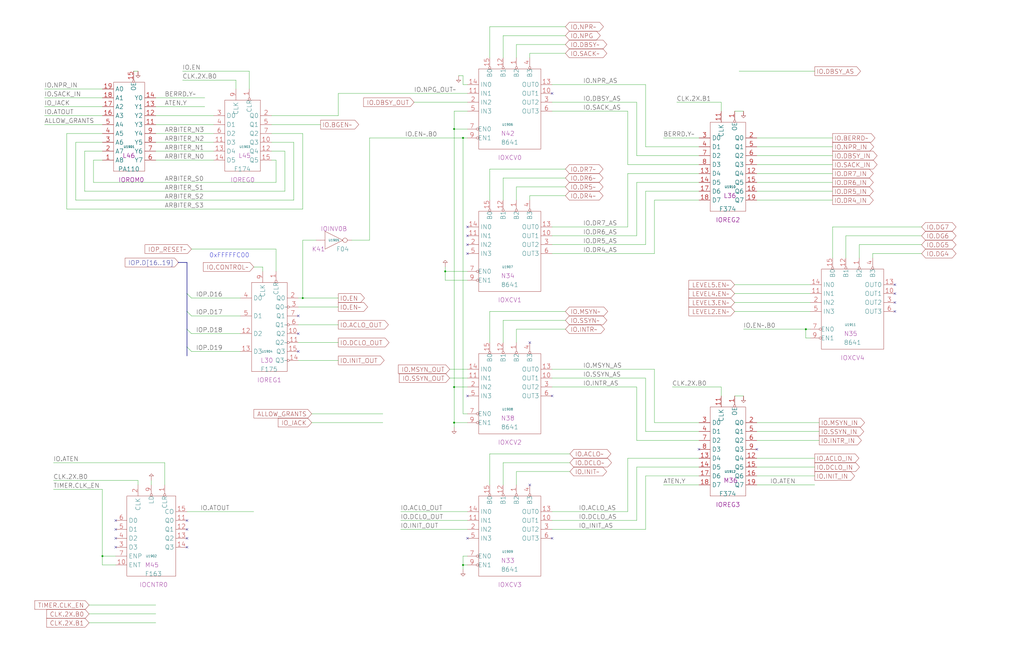
<source format=kicad_sch>
(kicad_sch (version 20250114) (generator "eeschema") (generator_version "9.0")
  (paper "User" 584.2 378.46)
  (title_block (title "IO BUS\\nARBITRATOR") (date "22-SEP-90") (rev "2.0") (comment 1 "IOC") (comment 2 "232-003061") (comment 3 "S400") (comment 4 "RELEASED"))
  (lib_symbols
    (symbol "r1000:8641" (pin_names (offset 1.016))
      (property "Reference" "U" (at 2.54 5.08 0))
      (property "Value" "8641" (at -1.27 -5.08 0))
      (property "Location" "___" (at -1.27 0 0))
      (property "Name" "______" (at 3.81 -15.24 0))
      (symbol "8641_1_1"
        (circle (center -14.605 2.54) (radius 0.635))
        (circle (center -14.605 -2.54) (radius 0.635))
        (rectangle (start -13.97 36.83) (end 21.59 -8.89))
        (circle (center -7.62 37.465) (radius 0.635))
        (circle (center 0 37.465) (radius 0.635))
        (circle (center 7.62 37.465) (radius 0.635))
        (circle (center 15.24 37.465) (radius 0.635))
        (pin input line (at -20.32 27.94 0) (length 6.35) (name "IN0") (number "14"))
        (pin input line (at -20.32 22.86 0) (length 6.35) (name "IN1") (number "11"))
        (pin input line (at -20.32 17.78 0) (length 6.35) (name "IN2") (number "2"))
        (pin input line (at -20.32 12.7 0) (length 6.35) (name "IN3") (number "5"))
        (pin input line (at -20.32 2.54 0) (length 5.08) (name "EN0") (number "7"))
        (pin input line (at -20.32 -2.54 0) (length 5.08) (name "EN1") (number "9"))
        (pin bidirectional line (at -7.62 43.18 270) (length 5.08) (name "B0") (number "15"))
        (pin bidirectional line (at 0 43.18 270) (length 5.08) (name "B1") (number "12"))
        (pin bidirectional line (at 7.62 43.18 270) (length 5.08) (name "B2") (number "1"))
        (pin bidirectional line (at 15.24 43.18 270) (length 5.08) (name "B3") (number "4"))
        (pin output line (at 27.94 27.94 180) (length 6.35) (name "OUT0") (number "13"))
        (pin output line (at 27.94 22.86 180) (length 6.35) (name "OUT1") (number "10"))
        (pin output line (at 27.94 17.78 180) (length 6.35) (name "OUT2") (number "3"))
        (pin output line (at 27.94 12.7 180) (length 6.35) (name "OUT3") (number "6"))
      )
    )
    (symbol "r1000:F04" (pin_numbers (hide yes)) (pin_names (hide yes))
      (property "Reference" "U" (at 0 0 0))
      (property "Value" "F04" (at 1.27 -5.08 0))
      (property "Location" "___" (at -12.7 -5.08 0))
      (property "Name" "______" (at 0 5.08 0))
      (symbol "F04_0_1"
        (polyline (pts (xy -7.62 0) (xy -5.08 0)) (stroke (width 0.1524)))
        (polyline (pts (xy -5.08 5.08) (xy -5.08 -5.08)) (stroke (width 0.1524)))
        (polyline (pts (xy 5.08 0) (xy -5.08 5.08)) (stroke (width 0.1524)))
        (polyline (pts (xy 5.08 0) (xy -5.08 -5.08)) (stroke (width 0.1524)))
        (circle (center 6.35 0) (radius 1.27) (stroke (width 0.1524)))
      )
      (symbol "F04_1_1"
        (pin input line (at -10.16 0 0) (length 2.54) (name "D0") (number "1"))
        (pin output line (at 10.16 0 180) (length 2.54) (name "Q") (number "2"))
      )
    )
    (symbol "r1000:F163" (pin_names (offset 1.016))
      (property "Reference" "U" (at 2.54 5.08 0))
      (property "Value" "F163" (at -1.27 -5.08 0))
      (property "Location" "___" (at -1.27 0 0))
      (property "Name" "______" (at 3.81 -12.7 0))
      (symbol "F163_1_1"
        (rectangle (start -11.43 39.37) (end 16.51 -6.35))
        (circle (center 2.54 40.005) (radius 0.635))
        (circle (center 10.16 40.005) (radius 0.635))
        (pin input line (at -17.78 25.4 0) (length 6.35) (name "D0") (number "6"))
        (pin input line (at -17.78 20.32 0) (length 6.35) (name "D1") (number "5"))
        (pin input line (at -17.78 15.24 0) (length 6.35) (name "D2") (number "4"))
        (pin input line (at -17.78 10.16 0) (length 6.35) (name "D3") (number "3"))
        (pin input line (at -17.78 5.08 0) (length 6.35) (name "ENP") (number "7"))
        (pin input line (at -17.78 0 0) (length 6.35) (name "ENT") (number "10"))
        (pin input line (at -5.08 45.72 270) (length 6.35) (name "CLK") (number "2"))
        (pin input line (at 2.54 45.72 270) (length 5.08) (name "LD") (number "9"))
        (pin input line (at 10.16 45.72 270) (length 5.08) (name "CLR") (number "1"))
        (pin output line (at 22.86 30.48 180) (length 6.35) (name "CO") (number "15"))
        (pin output line (at 22.86 25.4 180) (length 6.35) (name "Q0") (number "11"))
        (pin output line (at 22.86 20.32 180) (length 6.35) (name "Q1") (number "12"))
        (pin output line (at 22.86 15.24 180) (length 6.35) (name "Q2") (number "13"))
        (pin output line (at 22.86 10.16 180) (length 6.35) (name "Q3") (number "14"))
      )
    )
    (symbol "r1000:F174" (pin_names (offset 1.016))
      (property "Reference" "U" (at 2.54 5.08 0))
      (property "Value" "F174" (at -3.81 -7.62 0))
      (property "Location" "___" (at -1.27 0 0))
      (property "Name" "______" (at 1.27 -15.24 0))
      (symbol "F174_1_1"
        (rectangle (start -8.89 31.75) (end 11.43 -8.89))
        (circle (center 5.08 32.385) (radius 0.635))
        (pin input line (at -15.24 22.86 0) (length 6.35) (name "D0") (number "3"))
        (pin input line (at -15.24 17.78 0) (length 6.35) (name "D1") (number "4"))
        (pin input line (at -15.24 12.7 0) (length 6.35) (name "D2") (number "6"))
        (pin input line (at -15.24 7.62 0) (length 6.35) (name "D3") (number "11"))
        (pin input line (at -15.24 2.54 0) (length 6.35) (name "D4") (number "13"))
        (pin input line (at -15.24 -2.54 0) (length 6.35) (name "D5") (number "14"))
        (pin input line (at -2.54 38.1 270) (length 6.35) (name "CLK") (number "9"))
        (pin input line (at 5.08 38.1 270) (length 5.08) (name "CLR") (number "1"))
        (pin output line (at 17.78 22.86 180) (length 6.35) (name "Q0") (number "2"))
        (pin output line (at 17.78 17.78 180) (length 6.35) (name "Q1") (number "5"))
        (pin output line (at 17.78 12.7 180) (length 6.35) (name "Q2") (number "7"))
        (pin output line (at 17.78 7.62 180) (length 6.35) (name "Q3") (number "10"))
        (pin output line (at 17.78 2.54 180) (length 6.35) (name "Q4") (number "12"))
        (pin output line (at 17.78 -2.54 180) (length 6.35) (name "Q5") (number "15"))
      )
    )
    (symbol "r1000:F175" (pin_names (offset 1.016))
      (property "Reference" "U" (at 2.54 5.08 0))
      (property "Value" "F175" (at -1.27 -5.08 0))
      (property "Location" "___" (at -1.27 0 0))
      (property "Name" "______" (at 3.81 -12.7 0))
      (symbol "F175_1_1"
        (rectangle (start -6.35 44.45) (end 13.97 -6.35))
        (circle (center 7.62 45.085) (radius 0.635))
        (circle (center 14.605 30.48) (radius 0.635))
        (circle (center 14.605 20.32) (radius 0.635))
        (circle (center 14.605 10.16) (radius 0.635))
        (circle (center 14.605 0) (radius 0.635))
        (pin input line (at -12.7 35.56 0) (length 6.35) (name "D0") (number "4"))
        (pin input line (at -12.7 25.4 0) (length 6.35) (name "D1") (number "5"))
        (pin input line (at -12.7 15.24 0) (length 6.35) (name "D2") (number "12"))
        (pin input line (at -12.7 5.08 0) (length 6.35) (name "D3") (number "13"))
        (pin input line (at 0 50.8 270) (length 6.35) (name "CLK") (number "9"))
        (pin input line (at 7.62 50.8 270) (length 5.08) (name "CLR") (number "1"))
        (pin output line (at 20.32 35.56 180) (length 6.35) (name "Q0") (number "2"))
        (pin output line (at 20.32 30.48 180) (length 5.08) (name "Q0~") (number "3"))
        (pin output line (at 20.32 25.4 180) (length 6.35) (name "Q1") (number "7"))
        (pin output line (at 20.32 20.32 180) (length 5.08) (name "Q1~") (number "6"))
        (pin output line (at 20.32 15.24 180) (length 6.35) (name "Q2") (number "10"))
        (pin output line (at 20.32 10.16 180) (length 5.08) (name "Q2~") (number "11"))
        (pin output line (at 20.32 5.08 180) (length 6.35) (name "Q3") (number "15"))
        (pin output line (at 20.32 0 180) (length 5.08) (name "Q3~") (number "14"))
      )
    )
    (symbol "r1000:F374" (pin_names (offset 1.016))
      (property "Reference" "U" (at 2.54 5.08 0))
      (property "Value" "F374" (at -3.81 -7.62 0))
      (property "Location" "___" (at -1.27 0 0))
      (property "Name" "______" (at 1.27 -15.24 0))
      (symbol "F374_1_1"
        (rectangle (start -8.89 41.91) (end 11.43 -8.89))
        (circle (center 5.08 42.545) (radius 0.635))
        (pin input line (at -15.24 33.02 0) (length 6.35) (name "D0") (number "3"))
        (pin input line (at -15.24 27.94 0) (length 6.35) (name "D1") (number "4"))
        (pin input line (at -15.24 22.86 0) (length 6.35) (name "D2") (number "7"))
        (pin input line (at -15.24 17.78 0) (length 6.35) (name "D3") (number "8"))
        (pin input line (at -15.24 12.7 0) (length 6.35) (name "D4") (number "13"))
        (pin input line (at -15.24 7.62 0) (length 6.35) (name "D5") (number "14"))
        (pin input line (at -15.24 2.54 0) (length 6.35) (name "D6") (number "17"))
        (pin input line (at -15.24 -2.54 0) (length 6.35) (name "D7") (number "18"))
        (pin input line (at -2.54 48.26 270) (length 6.35) (name "CLK") (number "11"))
        (pin input line (at 5.08 48.26 270) (length 5.08) (name "OE") (number "1"))
        (pin tri_state line (at 17.78 33.02 180) (length 6.35) (name "Q0") (number "2"))
        (pin tri_state line (at 17.78 27.94 180) (length 6.35) (name "Q1") (number "5"))
        (pin tri_state line (at 17.78 22.86 180) (length 6.35) (name "Q2") (number "6"))
        (pin tri_state line (at 17.78 17.78 180) (length 6.35) (name "Q3") (number "9"))
        (pin tri_state line (at 17.78 12.7 180) (length 6.35) (name "Q4") (number "12"))
        (pin tri_state line (at 17.78 7.62 180) (length 6.35) (name "Q5") (number "15"))
        (pin tri_state line (at 17.78 2.54 180) (length 6.35) (name "Q6") (number "16"))
        (pin tri_state line (at 17.78 -2.54 180) (length 6.35) (name "Q7") (number "19"))
      )
    )
    (symbol "r1000:PAxxx" (pin_names (offset 1.016))
      (property "Reference" "U" (at 2.54 5.08 0))
      (property "Value" "PAxxx" (at -3.81 -7.62 0))
      (property "Location" "___" (at -1.27 0 0))
      (property "Name" "______" (at 3.81 -15.24 0))
      (symbol "PAxxx_1_1"
        (rectangle (start -6.35 41.91) (end 11.43 -8.89))
        (circle (center 5.08 42.545) (radius 0.635))
        (pin input line (at -12.7 38.1 0) (length 6.35) (name "A0") (number "19"))
        (pin input line (at -12.7 33.02 0) (length 6.35) (name "A1") (number "18"))
        (pin input line (at -12.7 27.94 0) (length 6.35) (name "A2") (number "17"))
        (pin input line (at -12.7 22.86 0) (length 6.35) (name "A3") (number "16"))
        (pin input line (at -12.7 17.78 0) (length 6.35) (name "A4") (number "5"))
        (pin input line (at -12.7 12.7 0) (length 6.35) (name "A5") (number "4"))
        (pin input line (at -12.7 7.62 0) (length 6.35) (name "A6") (number "3"))
        (pin input line (at -12.7 2.54 0) (length 6.35) (name "A7") (number "2"))
        (pin input line (at -12.7 -2.54 0) (length 6.35) (name "A8") (number "1"))
        (pin input line (at 5.08 48.26 270) (length 5.08) (name "OE") (number "15"))
        (pin tri_state line (at 17.78 33.02 180) (length 6.35) (name "Y0") (number "14"))
        (pin tri_state line (at 17.78 27.94 180) (length 6.35) (name "Y1") (number "13"))
        (pin tri_state line (at 17.78 22.86 180) (length 6.35) (name "Y2") (number "12"))
        (pin tri_state line (at 17.78 17.78 180) (length 6.35) (name "Y3") (number "11"))
        (pin tri_state line (at 17.78 12.7 180) (length 6.35) (name "Y4") (number "9"))
        (pin tri_state line (at 17.78 7.62 180) (length 6.35) (name "Y5") (number "8"))
        (pin tri_state line (at 17.78 2.54 180) (length 6.35) (name "Y6") (number "7"))
        (pin tri_state line (at 17.78 -2.54 180) (length 6.35) (name "Y7") (number "6"))
      )
    )
    (symbol "r1000:PD" (power) (pin_numbers (hide yes)) (pin_names (hide yes)) (in_bom no)
      (symbol "PD_0_1"
        (polyline (pts (xy 0 -2.54) (xy 1.27 -2.54) (xy 0 -3.81) (xy -1.27 -2.54) (xy 0 -2.54)) (stroke (width 0.1524)))
      )
      (symbol "PD_1_1"
        (pin power_in line (at 0 0 270) (length 2.54) (name "PD") (number "1"))
      )
    )
    (symbol "r1000:PU" (power) (pin_numbers (hide yes)) (pin_names (hide yes))
      (symbol "PU_0_1"
        (polyline (pts (xy 0 2.54) (xy -1.27 2.54) (xy 0 3.81) (xy 1.27 2.54) (xy 0 2.54)) (stroke (width 0.1524)))
      )
      (symbol "PU_1_1"
        (pin power_in line (at 0 0 90) (length 2.54) (name "PU") (number "1"))
      )
    )
  )
  (text "0xFFFFFC00" (at 119.38 147.32 0) (effects (font (size 2.54 2.54)) (justify left bottom)))
  (junction (at 259.08 220.98))
  (junction (at 172.72 170.18))
  (junction (at 264.16 78.74))
  (junction (at 259.08 73.66))
  (junction (at 254 154.94))
  (junction (at 264.16 322.58))
  (junction (at 259.08 241.3))
  (junction (at 459.74 187.96))
  (junction (at 58.42 317.5))
  (no_connect (at 266.7 129.54))
  (no_connect (at 431.8 256.54))
  (no_connect (at 106.68 307.34))
  (no_connect (at 66.04 312.42))
  (no_connect (at 106.68 312.42))
  (no_connect (at 170.18 200.66))
  (no_connect (at 314.96 53.34))
  (no_connect (at 266.7 139.7))
  (no_connect (at 398.78 256.54))
  (no_connect (at 106.68 302.26))
  (no_connect (at 510.54 172.72))
  (no_connect (at 314.96 307.34))
  (no_connect (at 266.7 134.62))
  (no_connect (at 66.04 302.26))
  (no_connect (at 170.18 180.34))
  (no_connect (at 266.7 144.78))
  (no_connect (at 170.18 190.5))
  (no_connect (at 314.96 226.06))
  (no_connect (at 66.04 297.18))
  (no_connect (at 510.54 177.8))
  (no_connect (at 106.68 297.18))
  (no_connect (at 66.04 307.34))
  (no_connect (at 266.7 307.34))
  (no_connect (at 302.26 276.86))
  (no_connect (at 510.54 167.64))
  (no_connect (at 510.54 162.56))
  (no_connect (at 266.7 226.06))
  (no_connect (at 302.26 195.58))
  (bus_entry (at 106.68 177.8) (size 2.54 2.54))
  (bus_entry (at 106.68 187.96) (size 2.54 2.54))
  (bus_entry (at 106.68 198.12) (size 2.54 2.54))
  (bus_entry (at 106.68 167.64) (size 2.54 2.54))
  (wire (pts (xy 398.78 114.3) (xy 373.38 114.3)))
  (wire (pts (xy 314.96 48.26) (xy 368.3 48.26)))
  (wire (pts (xy 38.1 119.38) (xy 172.72 119.38)))
  (wire (pts (xy 53.34 104.14) (xy 157.48 104.14)))
  (wire (pts (xy 482.6 134.62) (xy 482.6 147.32)))
  (wire (pts (xy 431.8 241.3) (xy 467.36 241.3)))
  (wire (pts (xy 279.4 177.8) (xy 279.4 195.58)))
  (wire (pts (xy 154.94 71.12) (xy 182.88 71.12)))
  (wire (pts (xy 177.8 236.22) (xy 218.44 236.22)))
  (wire (pts (xy 368.3 83.82) (xy 398.78 83.82)))
  (wire (pts (xy 38.1 76.2) (xy 38.1 119.38)))
  (wire (pts (xy 259.08 220.98) (xy 266.7 220.98)))
  (wire (pts (xy 254 154.94) (xy 266.7 154.94)))
  (wire (pts (xy 279.4 15.24) (xy 279.4 33.02)))
  (wire (pts (xy 228.6 292.1) (xy 266.7 292.1)))
  (wire (pts (xy 154.94 86.36) (xy 162.56 86.36)))
  (wire (pts (xy 525.78 139.7) (xy 490.22 139.7)))
  (wire (pts (xy 180.34 137.16) (xy 172.72 137.16)))
  (wire (pts (xy 58.42 322.58) (xy 66.04 322.58)))
  (wire (pts (xy 144.78 152.4) (xy 149.86 152.4)))
  (wire (pts (xy 193.04 53.34) (xy 193.04 66.04)))
  (wire (pts (xy 368.3 48.26) (xy 368.3 83.82)))
  (wire (pts (xy 200.66 137.16) (xy 210.82 137.16)))
  (wire (pts (xy 109.22 200.66) (xy 137.16 200.66)))
  (wire (pts (xy 462.28 193.04) (xy 459.74 193.04)))
  (wire (pts (xy 88.9 71.12) (xy 121.92 71.12)))
  (wire (pts (xy 325.12 269.24) (xy 294.64 269.24)))
  (wire (pts (xy 193.04 66.04) (xy 154.94 66.04)))
  (wire (pts (xy 88.9 91.44) (xy 121.92 91.44)))
  (wire (pts (xy 378.46 78.74) (xy 398.78 78.74)))
  (wire (pts (xy 167.64 81.28) (xy 154.94 81.28)))
  (wire (pts (xy 431.8 109.22) (xy 474.98 109.22)))
  (bus (pts (xy 101.6 149.86) (xy 106.68 149.86)))
  (wire (pts (xy 322.58 25.4) (xy 294.64 25.4)))
  (wire (pts (xy 287.02 114.3) (xy 287.02 101.6)))
  (wire (pts (xy 358.14 129.54) (xy 358.14 99.06)))
  (wire (pts (xy 424.18 187.96) (xy 459.74 187.96)))
  (wire (pts (xy 58.42 76.2) (xy 38.1 76.2)))
  (wire (pts (xy 287.02 264.16) (xy 287.02 276.86)))
  (wire (pts (xy 314.96 63.5) (xy 358.14 63.5)))
  (wire (pts (xy 459.74 193.04) (xy 459.74 187.96)))
  (wire (pts (xy 157.48 91.44) (xy 154.94 91.44)))
  (wire (pts (xy 368.3 215.9) (xy 368.3 246.38)))
  (wire (pts (xy 264.16 325.12) (xy 264.16 322.58)))
  (wire (pts (xy 358.14 63.5) (xy 358.14 93.98)))
  (wire (pts (xy 322.58 20.32) (xy 287.02 20.32)))
  (bus (pts (xy 106.68 187.96) (xy 106.68 198.12)))
  (wire (pts (xy 363.22 104.14) (xy 363.22 134.62)))
  (wire (pts (xy 497.84 144.78) (xy 497.84 147.32)))
  (wire (pts (xy 419.1 162.56) (xy 462.28 162.56)))
  (wire (pts (xy 50.8 355.6) (xy 88.9 355.6)))
  (wire (pts (xy 419.1 226.06) (xy 424.18 226.06)))
  (wire (pts (xy 398.78 241.3) (xy 373.38 241.3)))
  (wire (pts (xy 363.22 134.62) (xy 314.96 134.62)))
  (wire (pts (xy 76.2 40.64) (xy 78.74 40.64)))
  (wire (pts (xy 419.1 167.64) (xy 462.28 167.64)))
  (wire (pts (xy 314.96 302.26) (xy 368.3 302.26)))
  (wire (pts (xy 525.78 134.62) (xy 482.6 134.62)))
  (wire (pts (xy 322.58 96.52) (xy 279.4 96.52)))
  (wire (pts (xy 259.08 220.98) (xy 259.08 241.3)))
  (wire (pts (xy 25.4 60.96) (xy 58.42 60.96)))
  (wire (pts (xy 58.42 279.4) (xy 58.42 317.5)))
  (wire (pts (xy 88.9 86.36) (xy 121.92 86.36)))
  (wire (pts (xy 373.38 210.82) (xy 314.96 210.82)))
  (wire (pts (xy 322.58 177.8) (xy 279.4 177.8)))
  (wire (pts (xy 58.42 317.5) (xy 66.04 317.5)))
  (wire (pts (xy 236.22 58.42) (xy 266.7 58.42)))
  (wire (pts (xy 25.4 71.12) (xy 58.42 71.12)))
  (wire (pts (xy 25.4 55.88) (xy 58.42 55.88)))
  (wire (pts (xy 358.14 93.98) (xy 398.78 93.98)))
  (wire (pts (xy 525.78 129.54) (xy 474.98 129.54)))
  (wire (pts (xy 109.22 190.5) (xy 137.16 190.5)))
  (wire (pts (xy 43.18 81.28) (xy 43.18 114.3)))
  (wire (pts (xy 322.58 182.88) (xy 287.02 182.88)))
  (bus (pts (xy 106.68 177.8) (xy 106.68 187.96)))
  (wire (pts (xy 314.96 215.9) (xy 368.3 215.9)))
  (wire (pts (xy 287.02 20.32) (xy 287.02 33.02)))
  (wire (pts (xy 259.08 63.5) (xy 266.7 63.5)))
  (wire (pts (xy 104.14 40.64) (xy 142.24 40.64)))
  (wire (pts (xy 314.96 297.18) (xy 363.22 297.18)))
  (wire (pts (xy 474.98 129.54) (xy 474.98 147.32)))
  (wire (pts (xy 254 160.02) (xy 266.7 160.02)))
  (wire (pts (xy 48.26 109.22) (xy 48.26 86.36)))
  (wire (pts (xy 314.96 129.54) (xy 358.14 129.54)))
  (wire (pts (xy 170.18 185.42) (xy 193.04 185.42)))
  (wire (pts (xy 294.64 25.4) (xy 294.64 33.02)))
  (bus (pts (xy 106.68 167.64) (xy 106.68 177.8)))
  (wire (pts (xy 264.16 43.18) (xy 264.16 48.26)))
  (wire (pts (xy 325.12 259.08) (xy 279.4 259.08)))
  (wire (pts (xy 177.8 241.3) (xy 218.44 241.3)))
  (wire (pts (xy 266.7 53.34) (xy 193.04 53.34)))
  (wire (pts (xy 254 152.4) (xy 254 154.94)))
  (wire (pts (xy 363.22 251.46) (xy 363.22 220.98)))
  (wire (pts (xy 279.4 259.08) (xy 279.4 276.86)))
  (wire (pts (xy 172.72 137.16) (xy 172.72 170.18)))
  (wire (pts (xy 368.3 139.7) (xy 368.3 109.22)))
  (wire (pts (xy 172.72 170.18) (xy 193.04 170.18)))
  (wire (pts (xy 88.9 60.96) (xy 116.84 60.96)))
  (wire (pts (xy 383.54 220.98) (xy 411.48 220.98)))
  (wire (pts (xy 431.8 88.9) (xy 474.98 88.9)))
  (wire (pts (xy 398.78 104.14) (xy 363.22 104.14)))
  (wire (pts (xy 322.58 30.48) (xy 302.26 30.48)))
  (wire (pts (xy 431.8 83.82) (xy 474.98 83.82)))
  (wire (pts (xy 287.02 101.6) (xy 322.58 101.6)))
  (wire (pts (xy 525.78 144.78) (xy 497.84 144.78)))
  (wire (pts (xy 294.64 187.96) (xy 294.64 195.58)))
  (wire (pts (xy 314.96 292.1) (xy 358.14 292.1)))
  (wire (pts (xy 53.34 91.44) (xy 53.34 104.14)))
  (bus (pts (xy 106.68 149.86) (xy 106.68 167.64)))
  (wire (pts (xy 431.8 266.7) (xy 464.82 266.7)))
  (wire (pts (xy 431.8 251.46) (xy 467.36 251.46)))
  (wire (pts (xy 86.36 274.32) (xy 86.36 276.86)))
  (wire (pts (xy 50.8 345.44) (xy 88.9 345.44)))
  (wire (pts (xy 419.1 172.72) (xy 462.28 172.72)))
  (wire (pts (xy 50.8 350.52) (xy 88.9 350.52)))
  (wire (pts (xy 134.62 45.72) (xy 134.62 50.8)))
  (wire (pts (xy 106.68 292.1) (xy 144.78 292.1)))
  (wire (pts (xy 259.08 241.3) (xy 259.08 243.84)))
  (wire (pts (xy 266.7 236.22) (xy 264.16 236.22)))
  (wire (pts (xy 43.18 114.3) (xy 167.64 114.3)))
  (wire (pts (xy 109.22 180.34) (xy 137.16 180.34)))
  (wire (pts (xy 373.38 114.3) (xy 373.38 144.78)))
  (wire (pts (xy 264.16 322.58) (xy 264.16 317.5)))
  (wire (pts (xy 419.1 63.5) (xy 424.18 63.5)))
  (wire (pts (xy 88.9 76.2) (xy 121.92 76.2)))
  (wire (pts (xy 294.64 106.68) (xy 294.64 114.3)))
  (wire (pts (xy 162.56 109.22) (xy 48.26 109.22)))
  (wire (pts (xy 368.3 271.78) (xy 398.78 271.78)))
  (wire (pts (xy 264.16 48.26) (xy 266.7 48.26)))
  (wire (pts (xy 378.46 276.86) (xy 398.78 276.86)))
  (wire (pts (xy 431.8 78.74) (xy 474.98 78.74)))
  (wire (pts (xy 368.3 246.38) (xy 398.78 246.38)))
  (wire (pts (xy 88.9 55.88) (xy 116.84 55.88)))
  (bus (pts (xy 106.68 198.12) (xy 106.68 203.2)))
  (wire (pts (xy 259.08 73.66) (xy 259.08 220.98)))
  (wire (pts (xy 411.48 58.42) (xy 411.48 63.5)))
  (wire (pts (xy 88.9 66.04) (xy 121.92 66.04)))
  (wire (pts (xy 314.96 58.42) (xy 363.22 58.42)))
  (wire (pts (xy 431.8 114.3) (xy 474.98 114.3)))
  (wire (pts (xy 264.16 78.74) (xy 264.16 236.22)))
  (wire (pts (xy 261.62 43.18) (xy 264.16 43.18)))
  (wire (pts (xy 411.48 220.98) (xy 411.48 226.06)))
  (wire (pts (xy 302.26 30.48) (xy 302.26 33.02)))
  (wire (pts (xy 398.78 251.46) (xy 363.22 251.46)))
  (wire (pts (xy 421.64 40.64) (xy 464.82 40.64)))
  (wire (pts (xy 172.72 76.2) (xy 154.94 76.2)))
  (wire (pts (xy 254 154.94) (xy 254 160.02)))
  (wire (pts (xy 314.96 139.7) (xy 368.3 139.7)))
  (wire (pts (xy 30.48 264.16) (xy 93.98 264.16)))
  (wire (pts (xy 170.18 170.18) (xy 172.72 170.18)))
  (wire (pts (xy 172.72 119.38) (xy 172.72 76.2)))
  (wire (pts (xy 58.42 81.28) (xy 43.18 81.28)))
  (wire (pts (xy 104.14 45.72) (xy 134.62 45.72)))
  (wire (pts (xy 25.4 66.04) (xy 58.42 66.04)))
  (wire (pts (xy 170.18 175.26) (xy 193.04 175.26)))
  (wire (pts (xy 264.16 322.58) (xy 266.7 322.58)))
  (wire (pts (xy 259.08 73.66) (xy 266.7 73.66)))
  (wire (pts (xy 302.26 114.3) (xy 302.26 111.76)))
  (wire (pts (xy 386.08 58.42) (xy 411.48 58.42)))
  (wire (pts (xy 322.58 106.68) (xy 294.64 106.68)))
  (wire (pts (xy 358.14 261.62) (xy 398.78 261.62)))
  (wire (pts (xy 58.42 317.5) (xy 58.42 322.58)))
  (wire (pts (xy 373.38 144.78) (xy 314.96 144.78)))
  (wire (pts (xy 30.48 279.4) (xy 58.42 279.4)))
  (wire (pts (xy 302.26 111.76) (xy 322.58 111.76)))
  (wire (pts (xy 142.24 40.64) (xy 142.24 50.8)))
  (wire (pts (xy 157.48 104.14) (xy 157.48 91.44)))
  (wire (pts (xy 256.54 215.9) (xy 266.7 215.9)))
  (wire (pts (xy 93.98 264.16) (xy 93.98 276.86)))
  (wire (pts (xy 490.22 139.7) (xy 490.22 147.32)))
  (wire (pts (xy 30.48 274.32) (xy 78.74 274.32)))
  (wire (pts (xy 167.64 114.3) (xy 167.64 81.28)))
  (wire (pts (xy 368.3 109.22) (xy 398.78 109.22)))
  (wire (pts (xy 88.9 81.28) (xy 121.92 81.28)))
  (wire (pts (xy 170.18 195.58) (xy 193.04 195.58)))
  (wire (pts (xy 264.16 78.74) (xy 266.7 78.74)))
  (wire (pts (xy 431.8 104.14) (xy 474.98 104.14)))
  (wire (pts (xy 431.8 276.86) (xy 464.82 276.86)))
  (wire (pts (xy 109.22 170.18) (xy 137.16 170.18)))
  (wire (pts (xy 398.78 266.7) (xy 363.22 266.7)))
  (wire (pts (xy 358.14 99.06) (xy 398.78 99.06)))
  (wire (pts (xy 431.8 271.78) (xy 464.82 271.78)))
  (wire (pts (xy 459.74 187.96) (xy 462.28 187.96)))
  (wire (pts (xy 256.54 210.82) (xy 266.7 210.82)))
  (wire (pts (xy 210.82 137.16) (xy 210.82 78.74)))
  (wire (pts (xy 322.58 15.24) (xy 279.4 15.24)))
  (wire (pts (xy 287.02 182.88) (xy 287.02 195.58)))
  (wire (pts (xy 363.22 266.7) (xy 363.22 297.18)))
  (wire (pts (xy 162.56 86.36) (xy 162.56 109.22)))
  (wire (pts (xy 279.4 96.52) (xy 279.4 114.3)))
  (wire (pts (xy 363.22 88.9) (xy 398.78 88.9)))
  (wire (pts (xy 373.38 241.3) (xy 373.38 210.82)))
  (wire (pts (xy 363.22 58.42) (xy 363.22 88.9)))
  (wire (pts (xy 358.14 292.1) (xy 358.14 261.62)))
  (wire (pts (xy 264.16 317.5) (xy 266.7 317.5)))
  (wire (pts (xy 109.22 142.24) (xy 157.48 142.24)))
  (wire (pts (xy 157.48 142.24) (xy 157.48 154.94)))
  (wire (pts (xy 259.08 241.3) (xy 266.7 241.3)))
  (wire (pts (xy 228.6 302.26) (xy 266.7 302.26)))
  (wire (pts (xy 210.82 78.74) (xy 264.16 78.74)))
  (wire (pts (xy 368.3 302.26) (xy 368.3 271.78)))
  (wire (pts (xy 431.8 99.06) (xy 474.98 99.06)))
  (wire (pts (xy 228.6 297.18) (xy 266.7 297.18)))
  (wire (pts (xy 363.22 220.98) (xy 314.96 220.98)))
  (wire (pts (xy 294.64 269.24) (xy 294.64 276.86)))
  (wire (pts (xy 322.58 187.96) (xy 294.64 187.96)))
  (wire (pts (xy 170.18 205.74) (xy 193.04 205.74)))
  (wire (pts (xy 325.12 264.16) (xy 287.02 264.16)))
  (wire (pts (xy 431.8 261.62) (xy 464.82 261.62)))
  (wire (pts (xy 149.86 152.4) (xy 149.86 154.94)))
  (wire (pts (xy 25.4 50.8) (xy 58.42 50.8)))
  (wire (pts (xy 58.42 91.44) (xy 53.34 91.44)))
  (wire (pts (xy 78.74 274.32) (xy 78.74 276.86)))
  (wire (pts (xy 431.8 246.38) (xy 467.36 246.38)))
  (wire (pts (xy 419.1 177.8) (xy 462.28 177.8)))
  (wire (pts (xy 48.26 86.36) (xy 58.42 86.36)))
  (wire (pts (xy 431.8 93.98) (xy 474.98 93.98)))
  (wire (pts (xy 259.08 73.66) (xy 259.08 63.5)))
  (label "IO.EN" (at 104.14 40.64 0) (effects (font (size 2.54 2.54))))
  (label "IO.DR6_AS" (at 332.74 134.62 0) (effects (font (size 2.54 2.54))))
  (label "IO.INTR_AS" (at 332.74 220.98 0) (effects (font (size 2.54 2.54))))
  (label "IO.SACK_IN" (at 25.4 55.88 0) (effects (font (size 2.54 2.54))))
  (label "IO.SACK_AS" (at 332.74 63.5 0) (effects (font (size 2.54 2.54))))
  (label "IO.ATOUT" (at 25.4 66.04 0) (effects (font (size 2.54 2.54))))
  (label "IO_INIT_AS" (at 330.2 302.26 0) (effects (font (size 2.54 2.54))))
  (label "ARBITER_N1" (at 93.98 86.36 0) (effects (font (size 2.54 2.54))))
  (label "IO.NPR_AS" (at 332.74 48.26 0) (effects (font (size 2.54 2.54))))
  (label "IO.ACLO_AS" (at 330.2 292.1 0) (effects (font (size 2.54 2.54))))
  (label "IO.DCLO_OUT" (at 228.6 297.18 0) (effects (font (size 2.54 2.54))))
  (label "IOP.D17" (at 111.76 180.34 0) (effects (font (size 2.54 2.54))))
  (label "IOP.D18" (at 111.76 190.5 0) (effects (font (size 2.54 2.54))))
  (label "IO.DR5_AS" (at 332.74 139.7 0) (effects (font (size 2.54 2.54))))
  (label "IO.MSYN_AS" (at 332.74 210.82 0) (effects (font (size 2.54 2.54))))
  (label "ARBITER_S2" (at 93.98 114.3 0) (effects (font (size 2.54 2.54))))
  (label "IO.EN~.B0" (at 424.18 187.96 0) (effects (font (size 2.54 2.54))))
  (label "ARBITER_N0" (at 93.98 91.44 0) (effects (font (size 2.54 2.54))))
  (label "IO.ATOUT" (at 114.3 292.1 0) (effects (font (size 2.54 2.54))))
  (label "ATEN.Y" (at 93.98 60.96 0) (effects (font (size 2.54 2.54))))
  (label "IOP.D19" (at 111.76 200.66 0) (effects (font (size 2.54 2.54))))
  (label "ARBITER_S0" (at 93.98 104.14 0) (effects (font (size 2.54 2.54))))
  (label "IO.DR4_AS" (at 332.74 144.78 0) (effects (font (size 2.54 2.54))))
  (label "IO.INIT_OUT" (at 228.6 302.26 0) (effects (font (size 2.54 2.54))))
  (label "IO.ACLO_OUT" (at 228.6 292.1 0) (effects (font (size 2.54 2.54))))
  (label "CLK.2X.B0" (at 104.14 45.72 0) (effects (font (size 2.54 2.54))))
  (label "IO.NPR_IN" (at 25.4 50.8 0) (effects (font (size 2.54 2.54))))
  (label "IO.ATEN" (at 30.48 264.16 0) (effects (font (size 2.54 2.54))))
  (label "IO.DBSY_AS" (at 332.74 58.42 0) (effects (font (size 2.54 2.54))))
  (label "BERRD.Y~" (at 93.98 55.88 0) (effects (font (size 2.54 2.54))))
  (label "ALLOW_GRANTS" (at 25.4 71.12 0) (effects (font (size 2.54 2.54))))
  (label "CLK.2X.B1" (at 386.08 58.42 0) (effects (font (size 2.54 2.54))))
  (label "ARBITER_S1" (at 93.98 109.22 0) (effects (font (size 2.54 2.54))))
  (label "IO.DCLO_AS" (at 330.2 297.18 0) (effects (font (size 2.54 2.54))))
  (label "ARBITER_N2" (at 93.98 81.28 0) (effects (font (size 2.54 2.54))))
  (label "IO.EN~.B0" (at 231.14 78.74 0) (effects (font (size 2.54 2.54))))
  (label "IO.SSYN_AS" (at 332.74 215.9 0) (effects (font (size 2.54 2.54))))
  (label "CLK.2X.B0" (at 383.54 220.98 0) (effects (font (size 2.54 2.54))))
  (label "ATEN.Y" (at 378.46 276.86 0) (effects (font (size 2.54 2.54))))
  (label "ARBITER_N3" (at 93.98 76.2 0) (effects (font (size 2.54 2.54))))
  (label "BERRD.Y~" (at 378.46 78.74 0) (effects (font (size 2.54 2.54))))
  (label "CLK.2X.B0" (at 30.48 274.32 0) (effects (font (size 2.54 2.54))))
  (label "IO.ATEN" (at 439.42 276.86 0) (effects (font (size 2.54 2.54))))
  (label "IO.NPG_OUT~" (at 236.22 53.34 0) (effects (font (size 2.54 2.54))))
  (label "IO_IACK" (at 25.4 60.96 0) (effects (font (size 2.54 2.54))))
  (label "IO.DR7_AS" (at 332.74 129.54 0) (effects (font (size 2.54 2.54))))
  (label "TIMER.CLK_EN" (at 30.48 279.4 0) (effects (font (size 2.54 2.54))))
  (label "IOP.D16" (at 111.76 170.18 0) (effects (font (size 2.54 2.54))))
  (label "ARBITER_S3" (at 93.98 119.38 0) (effects (font (size 2.54 2.54))))
  (global_label "IO.INIT_OUT" (shape output) (at 193.04 205.74 0) (effects (font (size 2.54 2.54))) (property "Intersheetrefs" "${INTERSHEET_REFS}" (at 219.5346 205.5813 0) (effects (font (size 1.905 1.905)) (justify left))))
  (global_label "IO.CONTROL~" (shape input) (at 144.78 152.4 180) (effects (font (size 2.54 2.54))) (property "Intersheetrefs" "${INTERSHEET_REFS}" (at 115.6244 152.2413 0) (effects (font (size 1.905 1.905)) (justify right))))
  (global_label "IO.ACLO~" (shape bidirectional) (at 325.12 259.08 0) (effects (font (size 2.54 2.54))) (property "Intersheetrefs" "${INTERSHEET_REFS}" (at 346.6556 258.9213 0) (effects (font (size 1.905 1.905)) (justify left))))
  (global_label "IO.EN" (shape output) (at 193.04 170.18 0) (effects (font (size 2.54 2.54))) (property "Intersheetrefs" "${INTERSHEET_REFS}" (at 208.286 170.0213 0) (effects (font (size 1.905 1.905)) (justify left))))
  (global_label "IO.SACK~" (shape bidirectional) (at 322.58 30.48 0) (effects (font (size 2.54 2.54))) (property "Intersheetrefs" "${INTERSHEET_REFS}" (at 344.3575 30.3213 0) (effects (font (size 1.905 1.905)) (justify left))))
  (global_label "IO.SSYN~" (shape bidirectional) (at 322.58 182.88 0) (effects (font (size 2.54 2.54))) (property "Intersheetrefs" "${INTERSHEET_REFS}" (at 344.3575 182.7213 0) (effects (font (size 1.905 1.905)) (justify left))))
  (global_label "IO.DBSY~" (shape bidirectional) (at 322.58 25.4 0) (effects (font (size 2.54 2.54))) (property "Intersheetrefs" "${INTERSHEET_REFS}" (at 344.3575 25.2413 0) (effects (font (size 1.905 1.905)) (justify left))))
  (global_label "IO.MSYN_OUT" (shape input) (at 256.54 210.82 180) (effects (font (size 2.54 2.54))) (property "Intersheetrefs" "${INTERSHEET_REFS}" (at 226.9006 210.6613 0) (effects (font (size 1.905 1.905)) (justify right))))
  (global_label "IO.DR4~" (shape bidirectional) (at 322.58 111.76 0) (effects (font (size 2.54 2.54))) (property "Intersheetrefs" "${INTERSHEET_REFS}" (at 342.1803 111.6013 0) (effects (font (size 1.905 1.905)) (justify left))))
  (global_label "IO.NPR~" (shape bidirectional) (at 322.58 15.24 0) (effects (font (size 2.54 2.54))) (property "Intersheetrefs" "${INTERSHEET_REFS}" (at 342.4222 15.0813 0) (effects (font (size 1.905 1.905)) (justify left))))
  (global_label "IO.INIT_IN" (shape output) (at 464.82 271.78 0) (effects (font (size 2.54 2.54))) (property "Intersheetrefs" "${INTERSHEET_REFS}" (at 487.928 271.6213 0) (effects (font (size 1.905 1.905)) (justify left))))
  (global_label "IO.DBSY_OUT" (shape input) (at 236.22 58.42 180) (effects (font (size 2.54 2.54))) (property "Intersheetrefs" "${INTERSHEET_REFS}" (at 207.0644 58.2613 0) (effects (font (size 1.905 1.905)) (justify right))))
  (global_label "IO.NPG" (shape bidirectional) (at 322.58 20.32 0) (effects (font (size 2.54 2.54))) (property "Intersheetrefs" "${INTERSHEET_REFS}" (at 340.608 20.1613 0) (effects (font (size 1.905 1.905)) (justify left))))
  (global_label "IO.DCLO~" (shape bidirectional) (at 325.12 264.16 0) (effects (font (size 2.54 2.54))) (property "Intersheetrefs" "${INTERSHEET_REFS}" (at 347.0184 264.0013 0) (effects (font (size 1.905 1.905)) (justify left))))
  (global_label "IO.DG6" (shape bidirectional) (at 525.78 134.62 0) (effects (font (size 2.54 2.54))) (property "Intersheetrefs" "${INTERSHEET_REFS}" (at 543.566 134.4613 0) (effects (font (size 1.905 1.905)) (justify left))))
  (global_label "IO.DG4" (shape bidirectional) (at 525.78 144.78 0) (effects (font (size 2.54 2.54))) (property "Intersheetrefs" "${INTERSHEET_REFS}" (at 543.566 144.6213 0) (effects (font (size 1.905 1.905)) (justify left))))
  (global_label "IO.ACLO_OUT" (shape output) (at 193.04 185.42 0) (effects (font (size 2.54 2.54))) (property "Intersheetrefs" "${INTERSHEET_REFS}" (at 221.9537 185.2613 0) (effects (font (size 1.905 1.905)) (justify left))))
  (global_label "IO_IACK" (shape input) (at 177.8 241.3 180) (effects (font (size 2.54 2.54))) (property "Intersheetrefs" "${INTERSHEET_REFS}" (at 158.3206 241.1413 0) (effects (font (size 1.905 1.905)) (justify right))))
  (global_label "IO.DR4_IN" (shape output) (at 474.98 114.3 0) (effects (font (size 2.54 2.54))) (property "Intersheetrefs" "${INTERSHEET_REFS}" (at 498.5718 114.1413 0) (effects (font (size 1.905 1.905)) (justify left))))
  (global_label "LEVEL3.EN~" (shape input) (at 419.1 172.72 180) (effects (font (size 2.54 2.54))) (property "Intersheetrefs" "${INTERSHEET_REFS}" (at 392.6054 172.5613 0) (effects (font (size 1.905 1.905)) (justify right))))
  (global_label "IOP_RESET~" (shape input) (at 109.22 142.24 180) (effects (font (size 2.54 2.54))) (property "Intersheetrefs" "${INTERSHEET_REFS}" (at 82.3625 142.0813 0) (effects (font (size 1.905 1.905)) (justify right))))
  (global_label "LEVEL4.EN~" (shape input) (at 419.1 167.64 180) (effects (font (size 2.54 2.54))) (property "Intersheetrefs" "${INTERSHEET_REFS}" (at 392.6054 167.4813 0) (effects (font (size 1.905 1.905)) (justify right))))
  (global_label "IO.DR5_IN" (shape output) (at 474.98 109.22 0) (effects (font (size 2.54 2.54))) (property "Intersheetrefs" "${INTERSHEET_REFS}" (at 498.5718 109.0613 0) (effects (font (size 1.905 1.905)) (justify left))))
  (global_label "IO.INIT~" (shape bidirectional) (at 325.12 269.24 0) (effects (font (size 2.54 2.54))) (property "Intersheetrefs" "${INTERSHEET_REFS}" (at 344.2365 269.0813 0) (effects (font (size 1.905 1.905)) (justify left))))
  (global_label "LEVEL5.EN~" (shape input) (at 419.1 162.56 180) (effects (font (size 2.54 2.54))) (property "Intersheetrefs" "${INTERSHEET_REFS}" (at 392.6054 162.4013 0) (effects (font (size 1.905 1.905)) (justify right))))
  (global_label "IO.DG7" (shape bidirectional) (at 525.78 129.54 0) (effects (font (size 2.54 2.54))) (property "Intersheetrefs" "${INTERSHEET_REFS}" (at 543.566 129.3813 0) (effects (font (size 1.905 1.905)) (justify left))))
  (global_label "ALLOW_GRANTS" (shape input) (at 177.8 236.22 180) (effects (font (size 2.54 2.54))) (property "Intersheetrefs" "${INTERSHEET_REFS}" (at 144.532 236.0613 0) (effects (font (size 1.905 1.905)) (justify right))))
  (global_label "IO.SSYN_IN" (shape output) (at 467.36 246.38 0) (effects (font (size 2.54 2.54))) (property "Intersheetrefs" "${INTERSHEET_REFS}" (at 493.1289 246.2213 0) (effects (font (size 1.905 1.905)) (justify left))))
  (global_label "LEVEL2.EN~" (shape input) (at 419.1 177.8 180) (effects (font (size 2.54 2.54))) (property "Intersheetrefs" "${INTERSHEET_REFS}" (at 392.6054 177.6413 0) (effects (font (size 1.905 1.905)) (justify right))))
  (global_label "IO.DR7~" (shape bidirectional) (at 322.58 96.52 0) (effects (font (size 2.54 2.54))) (property "Intersheetrefs" "${INTERSHEET_REFS}" (at 342.1803 96.3613 0) (effects (font (size 1.905 1.905)) (justify left))))
  (global_label "IO.DBSY_AS" (shape output) (at 464.82 40.64 0) (effects (font (size 2.54 2.54))) (property "Intersheetrefs" "${INTERSHEET_REFS}" (at 491.3146 40.4813 0) (effects (font (size 1.905 1.905)) (justify left))))
  (global_label "IO.DG5" (shape bidirectional) (at 525.78 139.7 0) (effects (font (size 2.54 2.54))) (property "Intersheetrefs" "${INTERSHEET_REFS}" (at 543.566 139.5413 0) (effects (font (size 1.905 1.905)) (justify left))))
  (global_label "IO.INTR_IN" (shape output) (at 467.36 251.46 0) (effects (font (size 2.54 2.54))) (property "Intersheetrefs" "${INTERSHEET_REFS}" (at 491.7984 251.3013 0) (effects (font (size 1.905 1.905)) (justify left))))
  (global_label "IO.ACLO_IN" (shape output) (at 464.82 261.62 0) (effects (font (size 2.54 2.54))) (property "Intersheetrefs" "${INTERSHEET_REFS}" (at 490.347 261.4613 0) (effects (font (size 1.905 1.905)) (justify left))))
  (global_label "IO.NPR_IN" (shape output) (at 474.98 83.82 0) (effects (font (size 2.54 2.54))) (property "Intersheetrefs" "${INTERSHEET_REFS}" (at 498.8137 83.6613 0) (effects (font (size 1.905 1.905)) (justify left))))
  (global_label "IO.INTR~" (shape bidirectional) (at 322.58 187.96 0) (effects (font (size 2.54 2.54))) (property "Intersheetrefs" "${INTERSHEET_REFS}" (at 343.027 187.8013 0) (effects (font (size 1.905 1.905)) (justify left))))
  (global_label "IOP.D[16..19]" (shape input) (at 101.8547 149.86 180) (effects (font (size 2.54 2.54))) (property "Intersheetrefs" "${INTERSHEET_REFS}" (at 71.0058 149.7013 0) (effects (font (size 1.905 1.905)) (justify right))))
  (global_label "IO.DCLO_IN" (shape output) (at 464.82 266.7 0) (effects (font (size 2.54 2.54))) (property "Intersheetrefs" "${INTERSHEET_REFS}" (at 490.7099 266.5413 0) (effects (font (size 1.905 1.905)) (justify left))))
  (global_label "IO.DR5~" (shape bidirectional) (at 322.58 106.68 0) (effects (font (size 2.54 2.54))) (property "Intersheetrefs" "${INTERSHEET_REFS}" (at 342.1803 106.5213 0) (effects (font (size 1.905 1.905)) (justify left))))
  (global_label "IO.SSYN_OUT" (shape input) (at 256.54 215.9 180) (effects (font (size 2.54 2.54))) (property "Intersheetrefs" "${INTERSHEET_REFS}" (at 227.3844 215.7413 0) (effects (font (size 1.905 1.905)) (justify right))))
  (global_label "IO.BGEN~" (shape output) (at 182.88 71.12 0) (effects (font (size 2.54 2.54))) (property "Intersheetrefs" "${INTERSHEET_REFS}" (at 205.0203 70.9613 0) (effects (font (size 1.905 1.905)) (justify left))))
  (global_label "IO.DR6_IN" (shape output) (at 474.98 104.14 0) (effects (font (size 2.54 2.54))) (property "Intersheetrefs" "${INTERSHEET_REFS}" (at 498.5718 103.9813 0) (effects (font (size 1.905 1.905)) (justify left))))
  (global_label "IO.SACK_IN" (shape output) (at 474.98 93.98 0) (effects (font (size 2.54 2.54))) (property "Intersheetrefs" "${INTERSHEET_REFS}" (at 500.7489 93.8213 0) (effects (font (size 1.905 1.905)) (justify left))))
  (global_label "IO.DR7_IN" (shape output) (at 474.98 99.06 0) (effects (font (size 2.54 2.54))) (property "Intersheetrefs" "${INTERSHEET_REFS}" (at 498.5718 98.9013 0) (effects (font (size 1.905 1.905)) (justify left))))
  (global_label "TIMER.CLK_EN" (shape input) (at 50.8 345.44 180) (effects (font (size 2.54 2.54))) (property "Intersheetrefs" "${INTERSHEET_REFS}" (at 19.4673 345.2813 0) (effects (font (size 1.905 1.905)) (justify right))))
  (global_label "IO.MSYN_IN" (shape output) (at 467.36 241.3 0) (effects (font (size 2.54 2.54))) (property "Intersheetrefs" "${INTERSHEET_REFS}" (at 493.6127 241.1413 0) (effects (font (size 1.905 1.905)) (justify left))))
  (global_label "IO.DCLO_OUT" (shape output) (at 193.04 195.58 0) (effects (font (size 2.54 2.54))) (property "Intersheetrefs" "${INTERSHEET_REFS}" (at 222.3165 195.4213 0) (effects (font (size 1.905 1.905)) (justify left))))
  (global_label "IO.DBSY_IN" (shape output) (at 474.98 88.9 0) (effects (font (size 2.54 2.54))) (property "Intersheetrefs" "${INTERSHEET_REFS}" (at 500.7489 88.7413 0) (effects (font (size 1.905 1.905)) (justify left))))
  (global_label "IO.MSYN~" (shape bidirectional) (at 322.58 177.8 0) (effects (font (size 2.54 2.54))) (property "Intersheetrefs" "${INTERSHEET_REFS}" (at 344.8413 177.6413 0) (effects (font (size 1.905 1.905)) (justify left))))
  (global_label "CLK.2X.B0" (shape input) (at 50.8 350.52 180) (effects (font (size 2.54 2.54))) (property "Intersheetrefs" "${INTERSHEET_REFS}" (at 26.2406 350.3613 0) (effects (font (size 1.905 1.905)) (justify right))))
  (global_label "IO.DR6~" (shape bidirectional) (at 322.58 101.6 0) (effects (font (size 2.54 2.54))) (property "Intersheetrefs" "${INTERSHEET_REFS}" (at 342.1803 101.4413 0) (effects (font (size 1.905 1.905)) (justify left))))
  (global_label "CLK.2X.B1" (shape input) (at 50.8 355.6 180) (effects (font (size 2.54 2.54))) (property "Intersheetrefs" "${INTERSHEET_REFS}" (at 26.2406 355.4413 0) (effects (font (size 1.905 1.905)) (justify right))))
  (global_label "IO.BERRD~" (shape output) (at 474.98 78.74 0) (effects (font (size 2.54 2.54))) (property "Intersheetrefs" "${INTERSHEET_REFS}" (at 499.5394 78.5813 0) (effects (font (size 1.905 1.905)) (justify left))))
  (global_label "IO.EN~" (shape output) (at 193.04 175.26 0) (effects (font (size 2.54 2.54))) (property "Intersheetrefs" "${INTERSHEET_REFS}" (at 210.1003 175.1013 0) (effects (font (size 1.905 1.905)) (justify left))))
  (symbol (lib_id "r1000:8641") (at 287.02 157.48 0) (unit 1)
    (property "Reference" "U1907" (at 289.56 152.4 0))
    (property "Value" "8641" (at 285.75 162.56 0) (effects (font (size 2.54 2.54)) (justify left)))
    (property "Location" "N34" (at 285.75 157.48 0) (effects (font (size 2.54 2.54)) (justify left)))
    (property "Name" "IOXCV1" (at 290.83 172.72 0) (effects (font (size 2.54 2.54)) (justify bottom)))
  )
  (symbol (lib_id "r1000:8641") (at 287.02 238.76 0) (unit 1)
    (property "Reference" "U1908" (at 289.56 233.68 0))
    (property "Value" "8641" (at 285.75 243.84 0) (effects (font (size 2.54 2.54)) (justify left)))
    (property "Location" "N38" (at 285.75 238.76 0) (effects (font (size 2.54 2.54)) (justify left)))
    (property "Name" "IOXCV2" (at 290.83 254 0) (effects (font (size 2.54 2.54)) (justify bottom)))
  )
  (symbol (lib_id "r1000:PD") (at 424.18 226.06 0) (unit 1) (in_bom no)
    (property "Reference" "#PWR01908" (effects (hide yes)))
    (property "Value" "PD" (effects (hide yes)))
  )
  (symbol (lib_id "r1000:8641") (at 287.02 76.2 0) (unit 1)
    (property "Reference" "U1906" (at 289.56 71.12 0))
    (property "Value" "8641" (at 285.75 81.28 0) (effects (font (size 2.54 2.54)) (justify left)))
    (property "Location" "N42" (at 285.75 76.2 0) (effects (font (size 2.54 2.54)) (justify left)))
    (property "Name" "IOXCV0" (at 290.83 91.44 0) (effects (font (size 2.54 2.54)) (justify bottom)))
  )
  (symbol (lib_id "r1000:PD") (at 78.74 40.64 0) (unit 1) (in_bom no)
    (property "Reference" "#PWR01901" (effects (hide yes)))
    (property "Value" "PD" (effects (hide yes)))
  )
  (symbol (lib_id "r1000:PU") (at 86.36 274.32 0) (unit 1)
    (property "Reference" "#PWR01902" (effects (hide yes)))
    (property "Value" "PU" (effects (hide yes)))
  )
  (symbol (lib_id "r1000:PD") (at 261.62 43.18 0) (unit 1) (in_bom no)
    (property "Reference" "#PWR01905" (effects (hide yes)))
    (property "Value" "PD" (effects (hide yes)))
  )
  (symbol (lib_id "r1000:8641") (at 482.6 190.5 0) (unit 1)
    (property "Reference" "U1911" (at 485.14 185.42 0))
    (property "Value" "8641" (at 481.33 195.58 0) (effects (font (size 2.54 2.54)) (justify left)))
    (property "Location" "N35" (at 481.33 190.5 0) (effects (font (size 2.54 2.54)) (justify left)))
    (property "Name" "IOXCV4" (at 486.41 205.74 0) (effects (font (size 2.54 2.54)) (justify bottom)))
  )
  (symbol (lib_id "r1000:PD") (at 424.18 63.5 0) (unit 1) (in_bom no)
    (property "Reference" "#PWR01907" (effects (hide yes)))
    (property "Value" "PD" (effects (hide yes)))
  )
  (symbol (lib_id "r1000:F374") (at 414.02 111.76 0) (unit 1)
    (property "Reference" "U1910" (at 416.56 106.68 0))
    (property "Value" "F374" (at 410.21 119.38 0) (effects (font (size 2.54 2.54)) (justify left)))
    (property "Location" "L36" (at 412.75 111.76 0) (effects (font (size 2.54 2.54)) (justify left)))
    (property "Name" "IOREG2" (at 415.29 127 0) (effects (font (size 2.54 2.54)) (justify bottom)))
  )
  (symbol (lib_id "r1000:F374") (at 414.02 274.32 0) (unit 1)
    (property "Reference" "U1912" (at 416.56 269.24 0))
    (property "Value" "F374" (at 410.21 281.94 0) (effects (font (size 2.54 2.54)) (justify left)))
    (property "Location" "M36" (at 412.75 274.32 0) (effects (font (size 2.54 2.54)) (justify left)))
    (property "Name" "IOREG3" (at 415.29 289.56 0) (effects (font (size 2.54 2.54)) (justify bottom)))
  )
  (symbol (lib_id "r1000:F175") (at 149.86 205.74 0) (unit 1)
    (property "Reference" "U1904" (at 152.4 200.66 0))
    (property "Value" "F175" (at 148.59 210.82 0) (effects (font (size 2.54 2.54)) (justify left)))
    (property "Location" "L30" (at 148.59 205.74 0) (effects (font (size 2.54 2.54)) (justify left)))
    (property "Name" "IOREG1" (at 153.67 218.44 0) (effects (font (size 2.54 2.54)) (justify bottom)))
  )
  (symbol (lib_id "r1000:F163") (at 83.82 322.58 0) (unit 1)
    (property "Reference" "U1902" (at 86.36 317.5 0))
    (property "Value" "F163" (at 82.55 327.66 0) (effects (font (size 2.54 2.54)) (justify left)))
    (property "Location" "M45" (at 82.55 322.58 0) (effects (font (size 2.54 2.54)) (justify left)))
    (property "Name" "IOCNTR0" (at 87.63 335.28 0) (effects (font (size 2.54 2.54)) (justify bottom)))
  )
  (symbol (lib_id "r1000:PD") (at 259.08 243.84 0) (unit 1) (in_bom no)
    (property "Reference" "#PWR01904" (effects (hide yes)))
    (property "Value" "PD" (effects (hide yes)))
  )
  (symbol (lib_id "r1000:F04") (at 190.5 137.16 0) (unit 1)
    (property "Reference" "U1905" (at 190.5 137.16 0))
    (property "Value" "F04" (at 191.77 142.24 0) (effects (font (size 2.54 2.54)) (justify left)))
    (property "Location" "K41" (at 177.8 142.24 0) (effects (font (size 2.54 2.54)) (justify left)))
    (property "Name" "IOINV0B" (at 190.5 132.08 0) (effects (font (size 2.54 2.54)) (justify bottom)))
  )
  (symbol (lib_id "r1000:PD") (at 264.16 325.12 0) (unit 1) (in_bom no)
    (property "Reference" "#PWR01906" (effects (hide yes)))
    (property "Value" "PD" (effects (hide yes)))
  )
  (symbol (lib_id "r1000:F174") (at 137.16 88.9 0) (unit 1)
    (property "Reference" "U1903" (at 139.7 83.82 0))
    (property "Value" "F174" (at 133.35 96.52 0) (effects (font (size 2.54 2.54)) (justify left)))
    (property "Location" "L45" (at 135.89 88.9 0) (effects (font (size 2.54 2.54)) (justify left)))
    (property "Name" "IOREG0" (at 138.43 104.14 0) (effects (font (size 2.54 2.54)) (justify bottom)))
  )
  (symbol (lib_id "r1000:8641") (at 287.02 320.04 0) (unit 1)
    (property "Reference" "U1909" (at 289.56 314.96 0))
    (property "Value" "8641" (at 285.75 325.12 0) (effects (font (size 2.54 2.54)) (justify left)))
    (property "Location" "N33" (at 285.75 320.04 0) (effects (font (size 2.54 2.54)) (justify left)))
    (property "Name" "IOXCV3" (at 290.83 335.28 0) (effects (font (size 2.54 2.54)) (justify bottom)))
  )
  (symbol (lib_id "r1000:PAxxx") (at 71.12 88.9 0) (unit 1)
    (property "Reference" "U1901" (at 73.66 83.82 0))
    (property "Value" "PA110" (at 67.31 96.52 0) (effects (font (size 2.54 2.54)) (justify left)))
    (property "Location" "L46" (at 69.85 88.9 0) (effects (font (size 2.54 2.54)) (justify left)))
    (property "Name" "IOROM0" (at 74.93 104.14 0) (effects (font (size 2.54 2.54)) (justify bottom)))
  )
  (symbol (lib_id "r1000:PU") (at 254 152.4 0) (unit 1)
    (property "Reference" "#PWR01903" (effects (hide yes)))
    (property "Value" "PU" (effects (hide yes)))
  )
)
</source>
